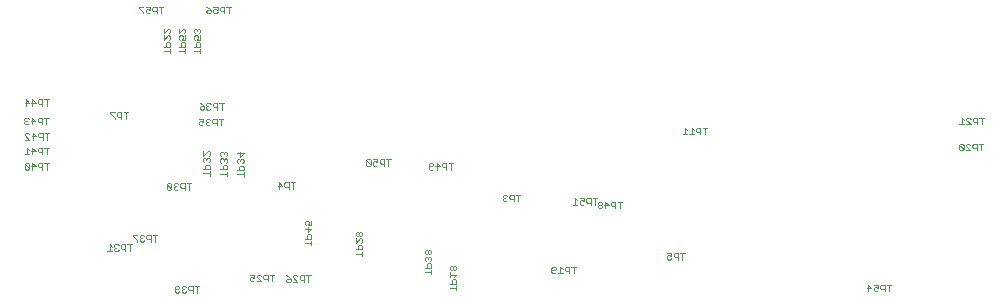
<source format=gbo>
G75*
G70*
%OFA0B0*%
%FSLAX24Y24*%
%IPPOS*%
%LPD*%
%AMOC8*
5,1,8,0,0,1.08239X$1,22.5*
%
%ADD10C,0.0020*%
D10*
X025793Y041419D02*
X025756Y041456D01*
X025756Y041602D01*
X025793Y041639D01*
X025866Y041639D01*
X025903Y041602D01*
X025903Y041566D01*
X025866Y041529D01*
X025756Y041529D01*
X025793Y041419D02*
X025866Y041419D01*
X025903Y041456D01*
X025977Y041456D02*
X026014Y041419D01*
X026087Y041419D01*
X026124Y041456D01*
X026051Y041529D02*
X026014Y041529D01*
X025977Y041492D01*
X025977Y041456D01*
X026014Y041529D02*
X025977Y041566D01*
X025977Y041602D01*
X026014Y041639D01*
X026087Y041639D01*
X026124Y041602D01*
X026198Y041602D02*
X026198Y041529D01*
X026235Y041492D01*
X026345Y041492D01*
X026345Y041419D02*
X026345Y041639D01*
X026235Y041639D01*
X026198Y041602D01*
X026419Y041639D02*
X026566Y041639D01*
X026493Y041639D02*
X026493Y041419D01*
X028259Y041831D02*
X028295Y041794D01*
X028369Y041794D01*
X028405Y041831D01*
X028405Y041904D02*
X028332Y041941D01*
X028295Y041941D01*
X028259Y041904D01*
X028259Y041831D01*
X028405Y041904D02*
X028405Y042014D01*
X028259Y042014D01*
X028480Y041977D02*
X028516Y042014D01*
X028590Y042014D01*
X028626Y041977D01*
X028701Y041977D02*
X028701Y041904D01*
X028737Y041867D01*
X028847Y041867D01*
X028847Y041794D02*
X028847Y042014D01*
X028737Y042014D01*
X028701Y041977D01*
X028626Y041794D02*
X028480Y041941D01*
X028480Y041977D01*
X028480Y041794D02*
X028626Y041794D01*
X028922Y042014D02*
X029068Y042014D01*
X028995Y042014D02*
X028995Y041794D01*
X029469Y041811D02*
X029469Y041847D01*
X029505Y041884D01*
X029615Y041884D01*
X029615Y041811D01*
X029579Y041774D01*
X029505Y041774D01*
X029469Y041811D01*
X029542Y041957D02*
X029615Y041884D01*
X029690Y041921D02*
X029690Y041957D01*
X029726Y041994D01*
X029800Y041994D01*
X029836Y041957D01*
X029911Y041957D02*
X029911Y041884D01*
X029947Y041847D01*
X030057Y041847D01*
X030057Y041774D02*
X030057Y041994D01*
X029947Y041994D01*
X029911Y041957D01*
X029836Y041774D02*
X029690Y041921D01*
X029690Y041774D02*
X029836Y041774D01*
X029542Y041957D02*
X029469Y041994D01*
X030132Y041994D02*
X030278Y041994D01*
X030205Y041994D02*
X030205Y041774D01*
X031788Y042712D02*
X032008Y042712D01*
X032008Y042785D02*
X032008Y042638D01*
X032008Y042859D02*
X032008Y042969D01*
X031971Y043006D01*
X031898Y043006D01*
X031861Y042969D01*
X031861Y042859D01*
X031788Y042859D02*
X032008Y042859D01*
X031971Y043080D02*
X032008Y043117D01*
X032008Y043190D01*
X031971Y043227D01*
X031935Y043227D01*
X031788Y043080D01*
X031788Y043227D01*
X031824Y043301D02*
X031861Y043301D01*
X031898Y043338D01*
X031898Y043411D01*
X031861Y043448D01*
X031824Y043448D01*
X031788Y043411D01*
X031788Y043338D01*
X031824Y043301D01*
X031898Y043338D02*
X031935Y043301D01*
X031971Y043301D01*
X032008Y043338D01*
X032008Y043411D01*
X031971Y043448D01*
X031935Y043448D01*
X031898Y043411D01*
X030298Y043329D02*
X030261Y043366D01*
X030188Y043366D01*
X030151Y043329D01*
X030151Y043219D01*
X030078Y043219D02*
X030298Y043219D01*
X030298Y043329D01*
X030188Y043440D02*
X030188Y043587D01*
X030188Y043661D02*
X030225Y043735D01*
X030225Y043771D01*
X030188Y043808D01*
X030114Y043808D01*
X030078Y043771D01*
X030078Y043698D01*
X030114Y043661D01*
X030188Y043661D02*
X030298Y043661D01*
X030298Y043808D01*
X030298Y043550D02*
X030188Y043440D01*
X030078Y043550D02*
X030298Y043550D01*
X030298Y043145D02*
X030298Y042998D01*
X030298Y043072D02*
X030078Y043072D01*
X029692Y044869D02*
X029692Y045089D01*
X029765Y045089D02*
X029618Y045089D01*
X029544Y045089D02*
X029434Y045089D01*
X029397Y045052D01*
X029397Y044979D01*
X029434Y044942D01*
X029544Y044942D01*
X029544Y044869D02*
X029544Y045089D01*
X029323Y044979D02*
X029176Y044979D01*
X029213Y045089D02*
X029323Y044979D01*
X029213Y044869D02*
X029213Y045089D01*
X028043Y045281D02*
X028043Y045427D01*
X028043Y045354D02*
X027823Y045354D01*
X027823Y045502D02*
X028043Y045502D01*
X028043Y045612D01*
X028006Y045648D01*
X027933Y045648D01*
X027896Y045612D01*
X027896Y045502D01*
X027859Y045723D02*
X027823Y045759D01*
X027823Y045833D01*
X027859Y045869D01*
X027896Y045869D01*
X027933Y045833D01*
X027933Y045796D01*
X027933Y045833D02*
X027969Y045869D01*
X028006Y045869D01*
X028043Y045833D01*
X028043Y045759D01*
X028006Y045723D01*
X027933Y045944D02*
X027933Y046090D01*
X028043Y046054D02*
X027933Y045944D01*
X027823Y046054D02*
X028043Y046054D01*
X027493Y046074D02*
X027456Y046110D01*
X027419Y046110D01*
X027383Y046074D01*
X027346Y046110D01*
X027309Y046110D01*
X027273Y046074D01*
X027273Y046000D01*
X027309Y045964D01*
X027309Y045889D02*
X027273Y045853D01*
X027273Y045779D01*
X027309Y045743D01*
X027383Y045816D02*
X027383Y045853D01*
X027346Y045889D01*
X027309Y045889D01*
X027383Y045853D02*
X027419Y045889D01*
X027456Y045889D01*
X027493Y045853D01*
X027493Y045779D01*
X027456Y045743D01*
X027456Y045668D02*
X027383Y045668D01*
X027346Y045632D01*
X027346Y045522D01*
X027273Y045522D02*
X027493Y045522D01*
X027493Y045632D01*
X027456Y045668D01*
X027493Y045447D02*
X027493Y045301D01*
X027493Y045374D02*
X027273Y045374D01*
X026918Y045392D02*
X026698Y045392D01*
X026698Y045539D02*
X026918Y045539D01*
X026918Y045649D01*
X026881Y045686D01*
X026808Y045686D01*
X026771Y045649D01*
X026771Y045539D01*
X026918Y045465D02*
X026918Y045318D01*
X026881Y045760D02*
X026918Y045797D01*
X026918Y045870D01*
X026881Y045907D01*
X026845Y045907D01*
X026808Y045870D01*
X026771Y045907D01*
X026734Y045907D01*
X026698Y045870D01*
X026698Y045797D01*
X026734Y045760D01*
X026808Y045834D02*
X026808Y045870D01*
X026881Y045981D02*
X026918Y046018D01*
X026918Y046091D01*
X026881Y046128D01*
X026845Y046128D01*
X026698Y045981D01*
X026698Y046128D01*
X027383Y046074D02*
X027383Y046037D01*
X027456Y045964D02*
X027493Y046000D01*
X027493Y046074D01*
X027293Y046999D02*
X027293Y047219D01*
X027366Y047219D02*
X027219Y047219D01*
X027145Y047219D02*
X027035Y047219D01*
X026998Y047182D01*
X026998Y047109D01*
X027035Y047072D01*
X027145Y047072D01*
X027145Y046999D02*
X027145Y047219D01*
X026924Y047182D02*
X026887Y047219D01*
X026814Y047219D01*
X026777Y047182D01*
X026777Y047146D01*
X026814Y047109D01*
X026777Y047072D01*
X026777Y047036D01*
X026814Y046999D01*
X026887Y046999D01*
X026924Y047036D01*
X026851Y047109D02*
X026814Y047109D01*
X026703Y047109D02*
X026630Y047146D01*
X026593Y047146D01*
X026556Y047109D01*
X026556Y047036D01*
X026593Y046999D01*
X026666Y046999D01*
X026703Y047036D01*
X026703Y047109D02*
X026703Y047219D01*
X026556Y047219D01*
X026613Y047519D02*
X026576Y047556D01*
X026576Y047592D01*
X026613Y047629D01*
X026723Y047629D01*
X026723Y047556D01*
X026686Y047519D01*
X026613Y047519D01*
X026723Y047629D02*
X026650Y047702D01*
X026576Y047739D01*
X026797Y047702D02*
X026797Y047666D01*
X026834Y047629D01*
X026797Y047592D01*
X026797Y047556D01*
X026834Y047519D01*
X026907Y047519D01*
X026944Y047556D01*
X026871Y047629D02*
X026834Y047629D01*
X026797Y047702D02*
X026834Y047739D01*
X026907Y047739D01*
X026944Y047702D01*
X027018Y047702D02*
X027018Y047629D01*
X027055Y047592D01*
X027165Y047592D01*
X027165Y047519D02*
X027165Y047739D01*
X027055Y047739D01*
X027018Y047702D01*
X027239Y047739D02*
X027386Y047739D01*
X027313Y047739D02*
X027313Y047519D01*
X026598Y049398D02*
X026598Y049545D01*
X026598Y049472D02*
X026378Y049472D01*
X026378Y049619D02*
X026598Y049619D01*
X026598Y049729D01*
X026561Y049766D01*
X026488Y049766D01*
X026451Y049729D01*
X026451Y049619D01*
X026414Y049840D02*
X026378Y049877D01*
X026378Y049950D01*
X026414Y049987D01*
X026488Y049987D01*
X026525Y049950D01*
X026525Y049914D01*
X026488Y049840D01*
X026598Y049840D01*
X026598Y049987D01*
X026561Y050061D02*
X026598Y050098D01*
X026598Y050171D01*
X026561Y050208D01*
X026525Y050208D01*
X026488Y050171D01*
X026451Y050208D01*
X026414Y050208D01*
X026378Y050171D01*
X026378Y050098D01*
X026414Y050061D01*
X026488Y050135D02*
X026488Y050171D01*
X026098Y050171D02*
X026098Y050098D01*
X026061Y050061D01*
X026098Y049987D02*
X026098Y049840D01*
X025988Y049840D01*
X026025Y049914D01*
X026025Y049950D01*
X025988Y049987D01*
X025914Y049987D01*
X025878Y049950D01*
X025878Y049877D01*
X025914Y049840D01*
X025988Y049766D02*
X025951Y049729D01*
X025951Y049619D01*
X025878Y049619D02*
X026098Y049619D01*
X026098Y049729D01*
X026061Y049766D01*
X025988Y049766D01*
X026098Y049545D02*
X026098Y049398D01*
X026098Y049472D02*
X025878Y049472D01*
X025598Y049472D02*
X025378Y049472D01*
X025378Y049619D02*
X025598Y049619D01*
X025598Y049729D01*
X025561Y049766D01*
X025488Y049766D01*
X025451Y049729D01*
X025451Y049619D01*
X025598Y049545D02*
X025598Y049398D01*
X025561Y049840D02*
X025598Y049877D01*
X025598Y049950D01*
X025561Y049987D01*
X025525Y049987D01*
X025378Y049840D01*
X025378Y049987D01*
X025378Y050061D02*
X025525Y050208D01*
X025561Y050208D01*
X025598Y050171D01*
X025598Y050098D01*
X025561Y050061D01*
X025378Y050061D02*
X025378Y050208D01*
X025878Y050208D02*
X025878Y050061D01*
X026025Y050208D01*
X026061Y050208D01*
X026098Y050171D01*
X026809Y050761D02*
X026809Y050797D01*
X026845Y050834D01*
X026955Y050834D01*
X026955Y050761D01*
X026919Y050724D01*
X026845Y050724D01*
X026809Y050761D01*
X026882Y050907D02*
X026955Y050834D01*
X027030Y050834D02*
X027030Y050761D01*
X027066Y050724D01*
X027140Y050724D01*
X027176Y050761D01*
X027176Y050834D02*
X027103Y050871D01*
X027066Y050871D01*
X027030Y050834D01*
X027030Y050944D02*
X027176Y050944D01*
X027176Y050834D01*
X027251Y050834D02*
X027287Y050797D01*
X027397Y050797D01*
X027397Y050724D02*
X027397Y050944D01*
X027287Y050944D01*
X027251Y050907D01*
X027251Y050834D01*
X027472Y050944D02*
X027618Y050944D01*
X027545Y050944D02*
X027545Y050724D01*
X026882Y050907D02*
X026809Y050944D01*
X025368Y050944D02*
X025222Y050944D01*
X025295Y050944D02*
X025295Y050724D01*
X025147Y050724D02*
X025147Y050944D01*
X025037Y050944D01*
X025001Y050907D01*
X025001Y050834D01*
X025037Y050797D01*
X025147Y050797D01*
X024926Y050761D02*
X024890Y050724D01*
X024816Y050724D01*
X024780Y050761D01*
X024780Y050834D01*
X024816Y050871D01*
X024853Y050871D01*
X024926Y050834D01*
X024926Y050944D01*
X024780Y050944D01*
X024705Y050944D02*
X024559Y050944D01*
X024559Y050907D01*
X024705Y050761D01*
X024705Y050724D01*
X024195Y047429D02*
X024048Y047429D01*
X024122Y047429D02*
X024122Y047209D01*
X023974Y047209D02*
X023974Y047429D01*
X023864Y047429D01*
X023827Y047392D01*
X023827Y047319D01*
X023864Y047282D01*
X023974Y047282D01*
X023753Y047246D02*
X023753Y047209D01*
X023753Y047246D02*
X023606Y047392D01*
X023606Y047429D01*
X023753Y047429D01*
X021546Y047249D02*
X021399Y047249D01*
X021473Y047249D02*
X021473Y047029D01*
X021325Y047029D02*
X021325Y047249D01*
X021215Y047249D01*
X021178Y047212D01*
X021178Y047139D01*
X021215Y047102D01*
X021325Y047102D01*
X021104Y047139D02*
X020957Y047139D01*
X020883Y047066D02*
X020846Y047029D01*
X020773Y047029D01*
X020736Y047066D01*
X020736Y047102D01*
X020773Y047139D01*
X020810Y047139D01*
X020773Y047139D02*
X020736Y047176D01*
X020736Y047212D01*
X020773Y047249D01*
X020846Y047249D01*
X020883Y047212D01*
X020994Y047249D02*
X021104Y047139D01*
X020994Y047029D02*
X020994Y047249D01*
X021004Y047639D02*
X021004Y047859D01*
X021114Y047749D01*
X020967Y047749D01*
X020893Y047749D02*
X020746Y047749D01*
X020783Y047859D02*
X020893Y047749D01*
X020783Y047639D02*
X020783Y047859D01*
X021188Y047822D02*
X021188Y047749D01*
X021225Y047712D01*
X021335Y047712D01*
X021335Y047639D02*
X021335Y047859D01*
X021225Y047859D01*
X021188Y047822D01*
X021409Y047859D02*
X021556Y047859D01*
X021483Y047859D02*
X021483Y047639D01*
X021493Y046739D02*
X021493Y046519D01*
X021345Y046519D02*
X021345Y046739D01*
X021235Y046739D01*
X021198Y046702D01*
X021198Y046629D01*
X021235Y046592D01*
X021345Y046592D01*
X021419Y046739D02*
X021566Y046739D01*
X021124Y046629D02*
X020977Y046629D01*
X020903Y046702D02*
X020866Y046739D01*
X020793Y046739D01*
X020756Y046702D01*
X020756Y046666D01*
X020903Y046519D01*
X020756Y046519D01*
X021014Y046519D02*
X021014Y046739D01*
X021124Y046629D01*
X021225Y046249D02*
X021188Y046212D01*
X021188Y046139D01*
X021225Y046102D01*
X021335Y046102D01*
X021335Y046029D02*
X021335Y046249D01*
X021225Y046249D01*
X021114Y046139D02*
X020967Y046139D01*
X020893Y046176D02*
X020820Y046249D01*
X020820Y046029D01*
X020893Y046029D02*
X020746Y046029D01*
X021004Y046029D02*
X021004Y046249D01*
X021114Y046139D01*
X021409Y046249D02*
X021556Y046249D01*
X021483Y046249D02*
X021483Y046029D01*
X021483Y045739D02*
X021483Y045519D01*
X021335Y045519D02*
X021335Y045739D01*
X021225Y045739D01*
X021188Y045702D01*
X021188Y045629D01*
X021225Y045592D01*
X021335Y045592D01*
X021409Y045739D02*
X021556Y045739D01*
X021114Y045629D02*
X020967Y045629D01*
X020893Y045556D02*
X020746Y045702D01*
X020746Y045556D01*
X020783Y045519D01*
X020856Y045519D01*
X020893Y045556D01*
X020893Y045702D01*
X020856Y045739D01*
X020783Y045739D01*
X020746Y045702D01*
X021004Y045739D02*
X021114Y045629D01*
X021004Y045519D02*
X021004Y045739D01*
X023582Y043024D02*
X023582Y042804D01*
X023655Y042804D02*
X023509Y042804D01*
X023655Y042951D02*
X023582Y043024D01*
X023730Y042987D02*
X023730Y042951D01*
X023766Y042914D01*
X023730Y042877D01*
X023730Y042841D01*
X023766Y042804D01*
X023840Y042804D01*
X023876Y042841D01*
X023803Y042914D02*
X023766Y042914D01*
X023730Y042987D02*
X023766Y043024D01*
X023840Y043024D01*
X023876Y042987D01*
X023951Y042987D02*
X023951Y042914D01*
X023987Y042877D01*
X024097Y042877D01*
X024097Y042804D02*
X024097Y043024D01*
X023987Y043024D01*
X023951Y042987D01*
X024172Y043024D02*
X024318Y043024D01*
X024245Y043024D02*
X024245Y042804D01*
X024503Y043119D02*
X024503Y043156D01*
X024356Y043302D01*
X024356Y043339D01*
X024503Y043339D01*
X024577Y043302D02*
X024577Y043266D01*
X024614Y043229D01*
X024577Y043192D01*
X024577Y043156D01*
X024614Y043119D01*
X024687Y043119D01*
X024724Y043156D01*
X024651Y043229D02*
X024614Y043229D01*
X024577Y043302D02*
X024614Y043339D01*
X024687Y043339D01*
X024724Y043302D01*
X024798Y043302D02*
X024798Y043229D01*
X024835Y043192D01*
X024945Y043192D01*
X024945Y043119D02*
X024945Y043339D01*
X024835Y043339D01*
X024798Y043302D01*
X025019Y043339D02*
X025166Y043339D01*
X025093Y043339D02*
X025093Y043119D01*
X025525Y044844D02*
X025599Y044844D01*
X025635Y044881D01*
X025489Y045027D01*
X025489Y044881D01*
X025525Y044844D01*
X025635Y044881D02*
X025635Y045027D01*
X025599Y045064D01*
X025525Y045064D01*
X025489Y045027D01*
X025710Y045027D02*
X025710Y044991D01*
X025746Y044954D01*
X025710Y044917D01*
X025710Y044881D01*
X025746Y044844D01*
X025820Y044844D01*
X025856Y044881D01*
X025783Y044954D02*
X025746Y044954D01*
X025710Y045027D02*
X025746Y045064D01*
X025820Y045064D01*
X025856Y045027D01*
X025931Y045027D02*
X025931Y044954D01*
X025967Y044917D01*
X026077Y044917D01*
X026077Y044844D02*
X026077Y045064D01*
X025967Y045064D01*
X025931Y045027D01*
X026152Y045064D02*
X026298Y045064D01*
X026225Y045064D02*
X026225Y044844D01*
X032139Y045681D02*
X032175Y045644D01*
X032249Y045644D01*
X032285Y045681D01*
X032139Y045827D01*
X032139Y045681D01*
X032285Y045681D02*
X032285Y045827D01*
X032249Y045864D01*
X032175Y045864D01*
X032139Y045827D01*
X032360Y045864D02*
X032506Y045864D01*
X032506Y045754D01*
X032433Y045791D01*
X032396Y045791D01*
X032360Y045754D01*
X032360Y045681D01*
X032396Y045644D01*
X032470Y045644D01*
X032506Y045681D01*
X032581Y045754D02*
X032617Y045717D01*
X032727Y045717D01*
X032727Y045644D02*
X032727Y045864D01*
X032617Y045864D01*
X032581Y045827D01*
X032581Y045754D01*
X032802Y045864D02*
X032948Y045864D01*
X032875Y045864D02*
X032875Y045644D01*
X034219Y045624D02*
X034329Y045624D01*
X034365Y045661D01*
X034365Y045697D01*
X034329Y045734D01*
X034255Y045734D01*
X034219Y045697D01*
X034219Y045551D01*
X034255Y045514D01*
X034329Y045514D01*
X034365Y045551D01*
X034440Y045624D02*
X034586Y045624D01*
X034476Y045734D01*
X034476Y045514D01*
X034661Y045624D02*
X034697Y045587D01*
X034807Y045587D01*
X034807Y045514D02*
X034807Y045734D01*
X034697Y045734D01*
X034661Y045697D01*
X034661Y045624D01*
X034882Y045734D02*
X035028Y045734D01*
X034955Y045734D02*
X034955Y045514D01*
X036686Y044642D02*
X036686Y044606D01*
X036723Y044569D01*
X036686Y044532D01*
X036686Y044496D01*
X036723Y044459D01*
X036796Y044459D01*
X036833Y044496D01*
X036760Y044569D02*
X036723Y044569D01*
X036686Y044642D02*
X036723Y044679D01*
X036796Y044679D01*
X036833Y044642D01*
X036907Y044642D02*
X036907Y044569D01*
X036944Y044532D01*
X037054Y044532D01*
X037054Y044459D02*
X037054Y044679D01*
X036944Y044679D01*
X036907Y044642D01*
X037128Y044679D02*
X037275Y044679D01*
X037202Y044679D02*
X037202Y044459D01*
X039029Y044344D02*
X039175Y044344D01*
X039102Y044344D02*
X039102Y044564D01*
X039175Y044491D01*
X039250Y044454D02*
X039250Y044381D01*
X039286Y044344D01*
X039360Y044344D01*
X039396Y044381D01*
X039396Y044454D02*
X039323Y044491D01*
X039286Y044491D01*
X039250Y044454D01*
X039250Y044564D02*
X039396Y044564D01*
X039396Y044454D01*
X039471Y044454D02*
X039507Y044417D01*
X039617Y044417D01*
X039617Y044344D02*
X039617Y044564D01*
X039507Y044564D01*
X039471Y044527D01*
X039471Y044454D01*
X039692Y044564D02*
X039838Y044564D01*
X039765Y044564D02*
X039765Y044344D01*
X039849Y044371D02*
X039885Y044334D01*
X039959Y044334D01*
X039995Y044371D01*
X039995Y044407D01*
X039959Y044444D01*
X039885Y044444D01*
X039849Y044407D01*
X039849Y044371D01*
X039885Y044334D02*
X039849Y044297D01*
X039849Y044261D01*
X039885Y044224D01*
X039959Y044224D01*
X039995Y044261D01*
X039995Y044297D01*
X039959Y044334D01*
X040070Y044334D02*
X040216Y044334D01*
X040106Y044444D01*
X040106Y044224D01*
X040291Y044334D02*
X040327Y044297D01*
X040437Y044297D01*
X040437Y044224D02*
X040437Y044444D01*
X040327Y044444D01*
X040291Y044407D01*
X040291Y044334D01*
X040512Y044444D02*
X040658Y044444D01*
X040585Y044444D02*
X040585Y044224D01*
X042156Y042739D02*
X042303Y042739D01*
X042303Y042629D01*
X042230Y042666D01*
X042193Y042666D01*
X042156Y042629D01*
X042156Y042556D01*
X042193Y042519D01*
X042266Y042519D01*
X042303Y042556D01*
X042377Y042629D02*
X042414Y042592D01*
X042524Y042592D01*
X042524Y042519D02*
X042524Y042739D01*
X042414Y042739D01*
X042377Y042702D01*
X042377Y042629D01*
X042598Y042739D02*
X042745Y042739D01*
X042672Y042739D02*
X042672Y042519D01*
X039118Y042284D02*
X038972Y042284D01*
X039045Y042284D02*
X039045Y042064D01*
X038897Y042064D02*
X038897Y042284D01*
X038787Y042284D01*
X038751Y042247D01*
X038751Y042174D01*
X038787Y042137D01*
X038897Y042137D01*
X038676Y042064D02*
X038530Y042064D01*
X038603Y042064D02*
X038603Y042284D01*
X038676Y042211D01*
X038455Y042211D02*
X038419Y042174D01*
X038309Y042174D01*
X038309Y042101D02*
X038309Y042247D01*
X038345Y042284D01*
X038419Y042284D01*
X038455Y042247D01*
X038455Y042211D01*
X038455Y042101D02*
X038419Y042064D01*
X038345Y042064D01*
X038309Y042101D01*
X035138Y042014D02*
X035065Y041940D01*
X035101Y041866D02*
X035028Y041866D01*
X034991Y041829D01*
X034991Y041719D01*
X034918Y041719D02*
X035138Y041719D01*
X035138Y041829D01*
X035101Y041866D01*
X035138Y042014D02*
X034918Y042014D01*
X034918Y042087D02*
X034918Y041940D01*
X034954Y042161D02*
X034991Y042161D01*
X035028Y042198D01*
X035028Y042271D01*
X034991Y042308D01*
X034954Y042308D01*
X034918Y042271D01*
X034918Y042198D01*
X034954Y042161D01*
X035028Y042198D02*
X035065Y042161D01*
X035101Y042161D01*
X035138Y042198D01*
X035138Y042271D01*
X035101Y042308D01*
X035065Y042308D01*
X035028Y042271D01*
X035138Y041645D02*
X035138Y041498D01*
X035138Y041572D02*
X034918Y041572D01*
X034308Y042028D02*
X034308Y042175D01*
X034308Y042102D02*
X034088Y042102D01*
X034088Y042249D02*
X034308Y042249D01*
X034308Y042359D01*
X034271Y042396D01*
X034198Y042396D01*
X034161Y042359D01*
X034161Y042249D01*
X034124Y042470D02*
X034088Y042507D01*
X034088Y042580D01*
X034124Y042617D01*
X034161Y042617D01*
X034198Y042580D01*
X034198Y042544D01*
X034198Y042580D02*
X034235Y042617D01*
X034271Y042617D01*
X034308Y042580D01*
X034308Y042507D01*
X034271Y042470D01*
X034271Y042691D02*
X034235Y042691D01*
X034198Y042728D01*
X034198Y042801D01*
X034161Y042838D01*
X034124Y042838D01*
X034088Y042801D01*
X034088Y042728D01*
X034124Y042691D01*
X034161Y042691D01*
X034198Y042728D01*
X034198Y042801D02*
X034235Y042838D01*
X034271Y042838D01*
X034308Y042801D01*
X034308Y042728D01*
X034271Y042691D01*
X042686Y046689D02*
X042833Y046689D01*
X042760Y046689D02*
X042760Y046909D01*
X042833Y046836D01*
X042907Y046689D02*
X043054Y046689D01*
X042981Y046689D02*
X042981Y046909D01*
X043054Y046836D01*
X043128Y046872D02*
X043128Y046799D01*
X043165Y046762D01*
X043275Y046762D01*
X043275Y046689D02*
X043275Y046909D01*
X043165Y046909D01*
X043128Y046872D01*
X043349Y046909D02*
X043496Y046909D01*
X043423Y046909D02*
X043423Y046689D01*
X048865Y041674D02*
X048975Y041564D01*
X048829Y041564D01*
X048865Y041454D02*
X048865Y041674D01*
X049050Y041674D02*
X049196Y041674D01*
X049196Y041564D01*
X049123Y041601D01*
X049086Y041601D01*
X049050Y041564D01*
X049050Y041491D01*
X049086Y041454D01*
X049160Y041454D01*
X049196Y041491D01*
X049271Y041564D02*
X049307Y041527D01*
X049417Y041527D01*
X049417Y041454D02*
X049417Y041674D01*
X049307Y041674D01*
X049271Y041637D01*
X049271Y041564D01*
X049492Y041674D02*
X049638Y041674D01*
X049565Y041674D02*
X049565Y041454D01*
X051935Y046154D02*
X052009Y046154D01*
X052045Y046191D01*
X051899Y046337D01*
X051899Y046191D01*
X051935Y046154D01*
X052045Y046191D02*
X052045Y046337D01*
X052009Y046374D01*
X051935Y046374D01*
X051899Y046337D01*
X052120Y046337D02*
X052156Y046374D01*
X052230Y046374D01*
X052266Y046337D01*
X052341Y046337D02*
X052341Y046264D01*
X052377Y046227D01*
X052487Y046227D01*
X052487Y046154D02*
X052487Y046374D01*
X052377Y046374D01*
X052341Y046337D01*
X052266Y046154D02*
X052120Y046301D01*
X052120Y046337D01*
X052120Y046154D02*
X052266Y046154D01*
X052562Y046374D02*
X052708Y046374D01*
X052635Y046374D02*
X052635Y046154D01*
X052645Y047024D02*
X052645Y047244D01*
X052718Y047244D02*
X052572Y047244D01*
X052497Y047244D02*
X052387Y047244D01*
X052351Y047207D01*
X052351Y047134D01*
X052387Y047097D01*
X052497Y047097D01*
X052497Y047024D02*
X052497Y047244D01*
X052276Y047207D02*
X052240Y047244D01*
X052166Y047244D01*
X052130Y047207D01*
X052130Y047171D01*
X052276Y047024D01*
X052130Y047024D01*
X052055Y047024D02*
X051909Y047024D01*
X051982Y047024D02*
X051982Y047244D01*
X052055Y047171D01*
M02*

</source>
